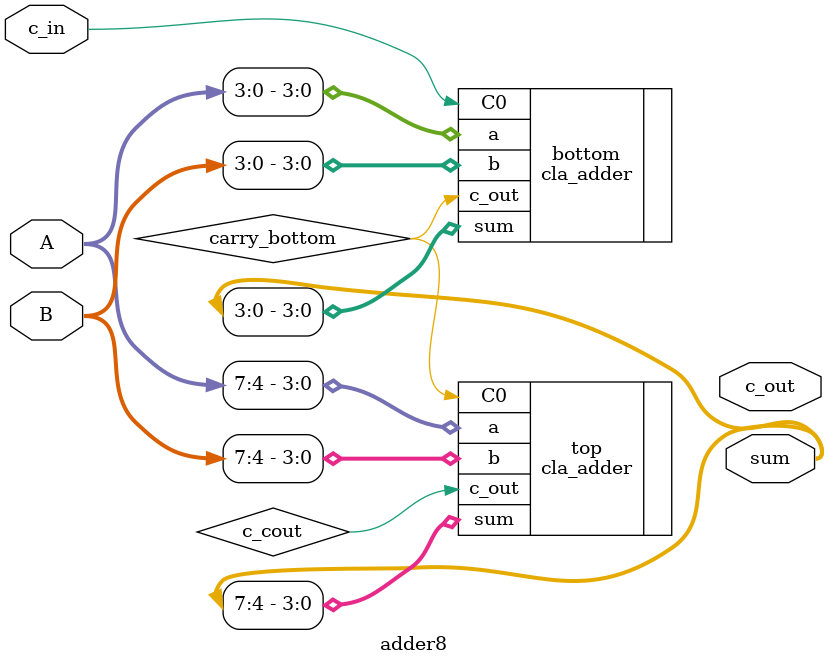
<source format=v>
 module adder8(
   input [7:0] A,B,
   input c_in,
   output  [7:0] sum,
   output  c_out
   );
   //use 2 CLA adders to make the 8 bit adder
   
   //use this to use carry out of the bottom
   //as the carry in for the top 
   wire carry_bottom;
   
   cla_adder bottom(
       .a  (A[3:0]),
       .b  (B[3:0]),
       .C0 (c_in),
       .sum    (sum[3:0]),
       .c_out  (carry_bottom)
       
   );
   cla_adder top(
       .a  (A[7:4]),
       .b  (B[7:4]),
       .C0 (carry_bottom),
       .sum    (sum[7:4]),
       .c_out  (c_cout)
   
);
endmodule

</source>
